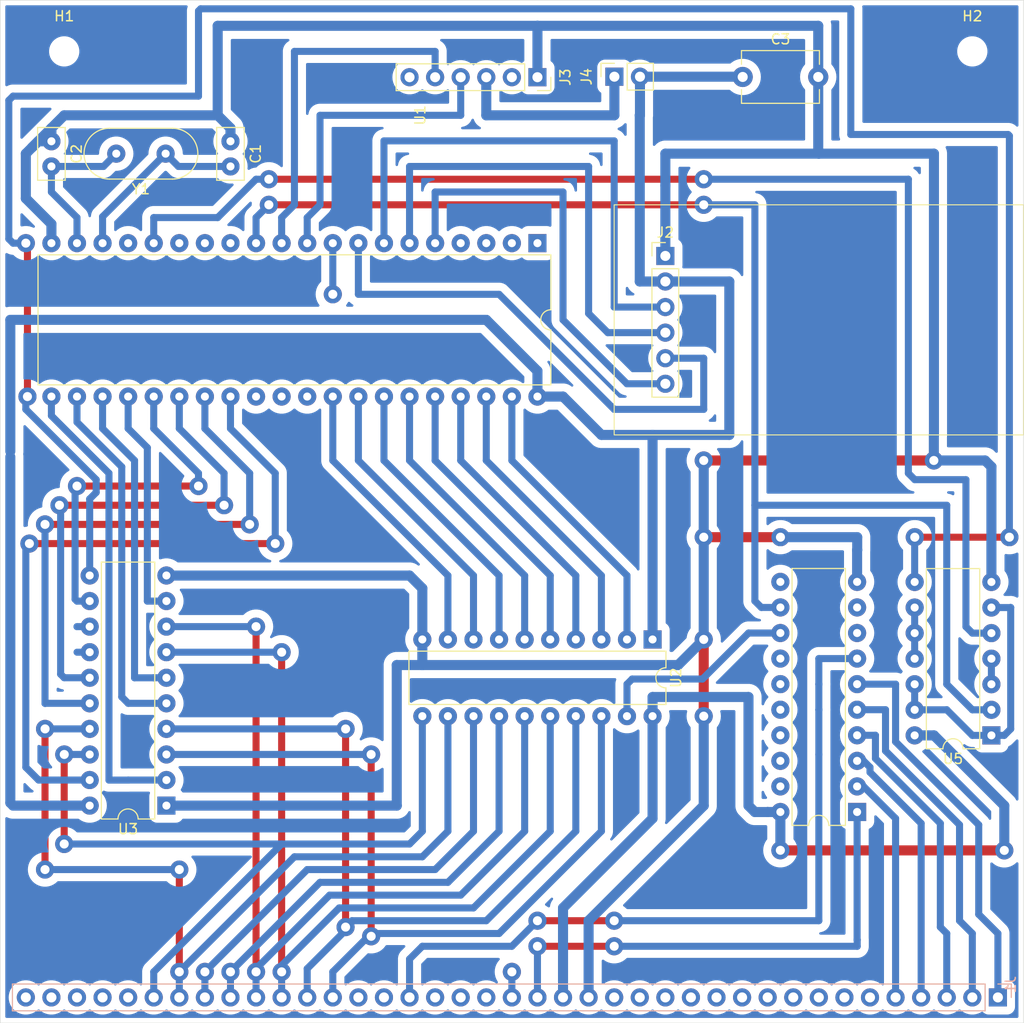
<source format=kicad_pcb>
(kicad_pcb (version 20240108) (generator "pcbnew") (generator_version "8.0")
  (layers (0 "F.Cu" signal) (31 "B.Cu" signal) (34 "B.Paste" user) (35 "F.Paste" user) (36 "B.SilkS" user "B.Silkscreen") (37 "F.SilkS" user "F.Silkscreen") (38 "B.Mask" user) (39 "F.Mask" user) (44 "Edge.Cuts" user))
  (net 0 "")
  (net 1 "Net-(U1-XTAL2)")
  (net 2 "GND")
  (net 3 "Net-(U1-XTAL1)")
  (net 4 "Net-(J1-D0)")
  (net 6 "Net-(J1-A13)")
  (net 11 "Net-(J1-PHI2)")
  (net 15 "Net-(J1-D1)")
  (net 16 "Net-(J1-D2)")
  (net 18 "RESET")
  (net 19 "Net-(J1-A14)")
  (net 20 "Net-(J1-D7)")
  (net 21 "VCC")
  (net 27 "Net-(J1-D4)")
  (net 28 "Net-(J1-A12)")
  (net 29 "Net-(J1-D6)")
  (net 31 "Net-(J1-RW)")
  (net 35 "Net-(J1-D3)")
  (net 38 "Net-(J1-D5)")
  (net 39 "Net-(J1-A15)")
  (net 41 "/MISO")
  (net 42 "/MOSI")
  (net 43 "/SS")
  (net 44 "/SCK")
  (net 46 "/RXD")
  (net 48 "/TXD")
  (net 50 "Net-(U1-PA5)")
  (net 51 "/LEWRITE-")
  (net 52 "/CLEWRITE-")
  (net 56 "Net-(U1-PC6)")
  (net 57 "Net-(U1-PA2)")
  (net 58 "Net-(U1-PA3)")
  (net 59 "Net-(U1-PA7)")
  (net 61 "Net-(U1-PA4)")
  (net 64 "Net-(U1-PC4)")
  (net 65 "Net-(U1-PC5)")
  (net 67 "Net-(U1-PC3)")
  (net 68 "Net-(U1-PA0)")
  (net 69 "Net-(U1-PC0)")
  (net 70 "Net-(U1-PC7)")
  (net 71 "Net-(U1-PA1)")
  (net 74 "Net-(U1-PC2)")
  (net 75 "Net-(U1-PA6)")
  (net 76 "Net-(U1-PC1)")
  (net 78 "/CSREAD-")
  (net 88 "Net-(J3-Pin_3)")
  (net 89 "Net-(J1-A11)")
  (net 90 "Net-(U3-LE)")
  (net 91 "Net-(U5-Pad3)")
  (net 92 "Net-(U5-Pad10)")
  (net 93 "Net-(U5-Pad1)")
  (footprint "Package_DIP:DIP-20_W7.62mm" (layer "F.Cu") (at 63.49 107.945 180)
    (property "Reference" "U3")
    (property "Value" "74AHCT373")
  )
  (footprint "Package_DIP:DIP-20_W7.62mm" (layer "F.Cu") (at 132.07 108.58 180)
    (property "Reference" "U4" (hide yes))
    (property "Value" "ATF16V8B")
  )
  (footprint "Capacitor_THT:C_Disc_D5.0mm_W2.5mm_P2.50mm" (layer "F.Cu") (at 69.85 41.95 -90)
    (property "Reference" "C1")
    (property "Value" "22")
  )
  (footprint "Capacitor_THT:C_Disc_D7.5mm_W5.0mm_P7.50mm" (layer "F.Cu") (at 120.71 35.56)
    (property "Reference" "C3")
    (property "Value" "0.1uF" (hide yes))
  )
  (footprint "Package_DIP:DIP-14_W7.62mm" (layer "F.Cu") (at 145.405 100.97 180)
    (property "Reference" "U5")
    (property "Value" "74LS00")
  )
  (footprint "Crystal:Crystal_HC18-U_Vertical" (layer "F.Cu") (at 63.41 43.18 180)
    (property "Reference" "Y1")
    (property "Value" "8MHz")
  )
  (footprint "MountingHole:MountingHole_2.5mm" (layer "F.Cu") (at 53.34 33.02)
    (property "Reference" "H1")
    (property "Value" "MountingHole")
  )
  (footprint "MountingHole:MountingHole_2.5mm" (layer "F.Cu") (at 143.51 33.02)
    (property "Reference" "H2")
    (property "Value" "MountingHole")
  )
  (footprint "Package_DIP:DIP-40_W15.24mm" (layer "F.Cu") (at 100.33 52.07 -90)
    (property "Reference" "U1")
    (property "Value" "ATmega8515L-8P")
  )
  (footprint "Capacitor_THT:C_Disc_D5.0mm_W2.5mm_P2.50mm" (layer "F.Cu") (at 52.07 41.95 -90)
    (property "Reference" "C2")
    (property "Value" "22")
  )
  (footprint "Package_DIP:DIP-20_W7.62mm" (layer "F.Cu") (at 111.76 91.44 -90)
    (property "Reference" "U2")
    (property "Value" "74LS245")
  )
  (footprint "Connector_PinSocket_2.54mm:PinSocket_1x02_P2.54mm_Vertical" (layer "F.Cu") (at 107.97 35.535 90)
    (property "Reference" "J4")
    (property "Value" "Conn_01x02_Pin" (hide yes))
  )
  (footprint "Connector_PinSocket_2.54mm:PinSocket_1x06_P2.54mm_Vertical" (layer "F.Cu") (at 100.33 35.585 -90)
    (property "Reference" "J3")
    (property "Value" "FTDI")
  )
  (footprint "Connector_PinHeader_2.54mm:PinHeader_1x06_P2.54mm_Vertical" (layer "F.Cu") (at 113.03 53.34)
    (property "Reference" "J2")
    (property "Value" "Flash")
  )
  (footprint "Connector_PinSocket_2.54mm:PinSocket_1x39_P2.54mm_Vertical" (layer "B.Cu") (at 146.05 127 90)
    (property "Reference" "J1")
    (property "Value" "RC6502_Backplane" (hide yes))
  )
  (gr_rect (start 107.95 48.26) (end 148.59 71.12) (stroke (width 0.1)) (fill none) (layer "F.SilkS"))
  (gr_line (start 148.59 27.94) (end 46.99 27.94) (stroke (width 0.05)) (layer "Edge.Cuts"))
  (gr_line (start 148.59 129.54) (end 148.59 27.94) (stroke (width 0.05)) (layer "Edge.Cuts"))
  (gr_line (start 46.99 129.54) (end 148.59 129.54) (stroke (width 0.05)) (layer "Edge.Cuts"))
  (gr_line (start 46.99 27.94) (end 46.99 129.54) (stroke (width 0.05)) (layer "Edge.Cuts"))
  (segment (start 57.15 49.44) (end 63.41 43.18) (width 0.7) (layer "B.Cu") (net 1))
  (segment (start 63.41 43.18) (end 64.68 44.45) (width 0.7) (layer "B.Cu") (net 1))
  (segment (start 64.68 44.45) (end 69.85 44.45) (width 0.7) (layer "B.Cu") (net 1))
  (segment (start 57.15 52.07) (end 57.15 49.44) (width 0.7) (layer "B.Cu") (net 1))
  (segment (start 139.69 73.66) (end 116.84 73.66) (width 1) (layer "F.Cu") (net 2))
  (segment (start 124.46 81.28) (end 116.84 81.28) (width 1) (layer "F.Cu") (net 2))
  (segment (start 116.84 99.06) (end 116.84 91.44) (width 1) (layer "F.Cu") (net 2))
  (via (at 124.46 81.28) (size 1.8) (drill 0.9) (layers "F.Cu" "B.Cu") (net 2))
  (via (at 139.69 73.66) (size 1.8) (drill 0.9) (layers "F.Cu" "B.Cu") (net 2))
  (via (at 116.84 73.66) (size 1.8) (drill 0.9) (layers "F.Cu" "B.Cu") (net 2))
  (via (at 116.84 81.28) (size 1.8) (drill 0.9) (layers "F.Cu" "B.Cu") (net 2))
  (via (at 116.84 99.06) (size 1.8) (drill 0.9) (layers "F.Cu" "B.Cu") (net 2))
  (via (at 116.84 91.44) (size 1.8) (drill 0.9) (layers "F.Cu" "B.Cu") (net 2))
  (segment (start 87.63 85.09) (end 88.9 86.36) (width 1) (layer "B.Cu") (net 2))
  (segment (start 128.21 35.56) (end 128.21 43.12) (width 1) (layer "B.Cu") (net 2))
  (segment (start 105.41 119.38) (end 116.84 107.95) (width 1) (layer "B.Cu") (net 2))
  (segment (start 68.58 30.48) (end 68.58 39.37) (width 1) (layer "B.Cu") (net 2))
  (segment (start 128.21 43.12) (end 128.27 43.18) (width 1) (layer "B.Cu") (net 2))
  (segment (start 50.165 42.545) (end 52.07 40.64) (width 1) (layer "B.Cu") (net 2))
  (segment (start 88.9 86.36) (end 88.9 91.44) (width 1) (layer "B.Cu") (net 2))
  (segment (start 114.3 93.98) (end 88.9 93.98) (width 1) (layer "B.Cu") (net 2))
  (segment (start 128.21 35.56) (end 128.21 30.48) (width 1) (layer "B.Cu") (net 2))
  (segment (start 63.495 85.09) (end 87.63 85.09) (width 1) (layer "B.Cu") (net 2))
  (segment (start 132.08 82.55) (end 132.07 82.56) (width 1) (layer "B.Cu") (net 2))
  (segment (start 139.69 71.13) (end 139.7 71.12) (width 1) (layer "B.Cu") (net 2))
  (segment (start 52.07 41.95) (end 52.07 40.64) (width 1) (layer "B.Cu") (net 2))
  (segment (start 49.53 47.625) (end 52.07 50.165) (width 1) (layer "B.Cu") (net 2))
  (segment (start 68.58 39.37) (end 69.85 40.64) (width 1) (layer "B.Cu") (net 2))
  (segment (start 124.46 81.28) (end 132.08 81.28) (width 1) (layer "B.Cu") (net 2))
  (segment (start 100.33 35.585) (end 100.33 30.48) (width 1) (layer "B.Cu") (net 2))
  (segment (start 132.08 81.28) (end 132.08 82.55) (width 1) (layer "B.Cu") (net 2))
  (segment (start 52.07 50.165) (end 52.07 52.07) (width 1) (layer "B.Cu") (net 2))
  (segment (start 113.03 45.72) (end 113.03 43.18) (width 1) (layer "B.Cu") (net 2))
  (segment (start 116.84 107.95) (end 116.84 99.06) (width 1) (layer "B.Cu") (net 2))
  (segment (start 50.76 41.95) (end 50.165 42.545) (width 1) (layer "B.Cu") (net 2))
  (segment (start 86.36 107.95) (end 86.355 107.945) (width 1) (layer "B.Cu") (net 2))
  (segment (start 132.07 82.56) (end 132.07 85.72) (width 1) (layer "B.Cu") (net 2))
  (segment (start 113.03 46.355) (end 113.03 45.72) (width 1) (layer "B.Cu") (net 2))
  (segment (start 63.49 85.085) (end 63.495 85.09) (width 1) (layer "B.Cu") (net 2))
  (segment (start 145.415 74.295) (end 145.405 74.305) (width 1) (layer "B.Cu") (net 2))
  (segment (start 116.84 91.44) (end 114.3 93.98) (width 1) (layer "B.Cu") (net 2))
  (segment (start 52.07 41.95) (end 50.76 41.95) (width 1) (layer "B.Cu") (net 2))
  (segment (start 86.355 107.945) (end 63.49 107.945) (width 1) (layer "B.Cu") (net 2))
  (segment (start 128.27 43.18) (end 113.03 43.18) (width 1) (layer "B.Cu") (net 2))
  (segment (start 88.9 93.98) (end 86.36 93.98) (width 1) (layer "B.Cu") (net 2))
  (segment (start 144.78 73.66) (end 145.415 74.295) (width 1) (layer "B.Cu") (net 2))
  (segment (start 128.21 30.48) (end 100.33 30.48) (width 1) (layer "B.Cu") (net 2))
  (segment (start 53.34 39.37) (end 68.58 39.37) (width 1) (layer "B.Cu") (net 2))
  (segment (start 139.7 71.12) (end 139.7 43.18) (width 1) (layer "B.Cu") (net 2))
  (segment (start 49.53 43.18) (end 49.53 47.625) (width 1) (layer "B.Cu") (net 2))
  (segment (start 52.07 40.64) (end 53.34 39.37) (width 1) (layer "B.Cu") (net 2))
  (segment (start 100.33 30.48) (end 68.58 30.48) (width 1) (layer "B.Cu") (net 2))
  (segment (start 113.03 46.355) (end 113.03 53.34) (width 1) (layer "B.Cu") (net 2))
  (segment (start 145.405 74.305) (end 145.405 85.73) (width 1) (layer "B.Cu") (net 2))
  (segment (start 139.7 43.18) (end 128.27 43.18) (width 1) (layer "B.Cu") (net 2))
  (segment (start 50.165 42.545) (end 49.53 43.18) (width 1) (layer "B.Cu") (net 2))
  (segment (start 86.36 93.98) (end 86.36 107.95) (width 1) (layer "B.Cu") (net 2))
  (segment (start 116.84 73.66) (end 116.84 91.44) (width 1) (layer "B.Cu") (net 2))
  (segment (start 139.69 73.66) (end 144.78 73.66) (width 1) (layer "B.Cu") (net 2))
  (segment (start 88.9 93.98) (end 88.9 91.44) (width 1) (layer "B.Cu") (net 2))
  (segment (start 105.41 127) (end 105.41 119.38) (width 1) (layer "B.Cu") (net 2))
  (segment (start 139.69 73.66) (end 139.69 71.13) (width 1) (layer "B.Cu") (net 2))
  (segment (start 69.85 40.64) (end 69.85 41.95) (width 1) (layer "B.Cu") (net 2))
  (segment (start 57.24 44.45) (end 58.51 43.18) (width 0.7) (layer "B.Cu") (net 3))
  (segment (start 54.61 49.53) (end 54.61 52.07) (width 0.7) (layer "B.Cu") (net 3))
  (segment (start 52.07 44.45) (end 57.24 44.45) (width 0.7) (layer "B.Cu") (net 3))
  (segment (start 52.07 44.45) (end 52.07 46.99) (width 0.7) (layer "B.Cu") (net 3))
  (segment (start 52.07 46.99) (end 54.61 49.53) (width 0.7) (layer "B.Cu") (net 3))
  (segment (start 83.82 102.87) (end 83.82 120.93) (width 0.7) (layer "F.Cu") (net 4))
  (segment (start 83.815 102.865) (end 83.82 102.87) (width 0.7) (layer "F.Cu") (net 4))
  (via (at 83.815 102.865) (size 1.8) (drill 0.9) (layers "F.Cu" "B.Cu") (net 4))
  (via (at 83.82 120.93) (size 1.8) (drill 0.9) (layers "F.Cu" "B.Cu") (net 4))
  (segment (start 63.49 102.865) (end 83.815 102.865) (width 0.7) (layer "B.Cu") (net 4))
  (segment (start 106.68 99.06) (end 106.68 110.49) (width 0.7) (layer "B.Cu") (net 4))
  (segment (start 83.82 120.65) (end 83.82 120.93) (width 0.7) (layer "B.Cu") (net 4))
  (segment (start 106.68 110.49) (end 96.52 120.65) (width 0.7) (layer "B.Cu") (net 4))
  (segment (start 96.52 120.65) (end 83.82 120.65) (width 0.7) (layer "B.Cu") (net 4))
  (segment (start 80.01 124.46) (end 80.01 127) (width 0.7) (layer "B.Cu") (net 4))
  (segment (start 83.82 120.65) (end 80.01 124.46) (width 0.7) (layer "B.Cu") (net 4))
  (segment (start 83.82 102.87) (end 83.815 102.865) (width 0.7) (layer "B.Cu") (net 4))
  (segment (start 140.335 109.710786) (end 140.335 120.015) (width 0.7) (layer "B.Cu") (net 6))
  (segment (start 132.07 100.96) (end 133.885 100.96) (width 0.7) (layer "B.Cu") (net 6))
  (segment (start 140.97 120.65) (end 140.97 127) (width 0.7) (layer "B.Cu") (net 6))
  (segment (start 133.885 100.96) (end 133.89 100.965) (width 0.7) (layer "B.Cu") (net 6))
  (segment (start 140.335 120.015) (end 140.97 120.65) (width 0.7) (layer "B.Cu") (net 6))
  (segment (start 133.89 100.965) (end 133.89 103.265786) (width 0.7) (layer "B.Cu") (net 6))
  (segment (start 133.89 103.265786) (end 140.335 109.710786) (width 0.7) (layer "B.Cu") (net 6))
  (segment (start 107.95 121.92) (end 100.33 121.92) (width 0.7) (layer "F.Cu") (net 11))
  (via (at 100.33 121.92) (size 1.8) (drill 0.9) (layers "F.Cu" "B.Cu") (net 11))
  (via (at 107.95 121.92) (size 1.8) (drill 0.9) (layers "F.Cu" "B.Cu") (net 11))
  (segment (start 132.07 121.275) (end 132.07 108.58) (width 0.7) (layer "B.Cu") (net 11))
  (segment (start 132.08 121.285) (end 132.07 121.275) (width 0.7) (layer "B.Cu") (net 11))
  (segment (start 100.33 127) (end 100.33 121.92) (width 0.7) (layer "B.Cu") (net 11))
  (segment (start 107.95 121.92) (end 132.08 121.92) (width 0.7) (layer "B.Cu") (net 11))
  (segment (start 132.08 121.92) (end 132.08 121.285) (width 0.7) (layer "B.Cu") (net 11))
  (segment (start 81.28 100.33) (end 81.28 120.015) (width 0.7) (layer "F.Cu") (net 15))
  (segment (start 81.2825 100.3275) (end 81.28 100.33) (width 0.7) (layer "F.Cu") (net 15))
  (via (at 81.28 120.015) (size 1.8) (drill 0.9) (layers "F.Cu" "B.Cu") (net 15))
  (via (at 81.2825 100.3275) (size 1.8) (drill 0.9) (layers "F.Cu" "B.Cu") (net 15))
  (segment (start 95.25 119.38) (end 104.14 110.49) (width 0.7) (layer "B.Cu") (net 15))
  (segment (start 81.28 120.3325) (end 77.47 124.1425) (width 0.7) (layer "B.Cu") (net 15))
  (segment (start 81.28 120.015) (end 81.28 120.3325) (width 0.7) (layer "B.Cu") (net 15))
  (segment (start 104.14 110.49) (end 104.14 99.06) (width 0.7) (layer "B.Cu") (net 15))
  (segment (start 81.28 120.015) (end 81.915 119.38) (width 0.7) (layer "B.Cu") (net 15))
  (segment (start 81.28 100.325) (end 63.49 100.325) (width 0.7) (layer "B.Cu") (net 15))
  (segment (start 81.2825 100.3275) (end 81.28 100.325) (width 0.7) (layer "B.Cu") (net 15))
  (segment (start 77.47 124.1425) (end 77.47 127) (width 0.7) (layer "B.Cu") (net 15))
  (segment (start 81.915 119.38) (end 95.25 119.38) (width 0.7) (layer "B.Cu") (net 15))
  (segment (start 74.93 92.705) (end 74.93 124.46) (width 0.7) (layer "F.Cu") (net 16))
  (via (at 74.93 124.46) (size 1.8) (drill 0.9) (layers "F.Cu" "B.Cu") (net 16))
  (via (at 74.93 92.705) (size 1.8) (drill 0.9) (layers "F.Cu" "B.Cu") (net 16))
  (segment (start 74.93 92.705) (end 63.49 92.705) (width 0.7) (layer "B.Cu") (net 16))
  (segment (start 101.6 110.49) (end 93.98 118.11) (width 0.7) (layer "B.Cu") (net 16))
  (segment (start 80.645 118.11) (end 74.93 123.825) (width 0.7) (layer "B.Cu") (net 16))
  (segment (start 74.93 92.705) (end 74.935 92.71) (width 0.7) (layer "B.Cu") (net 16))
  (segment (start 74.93 124.46) (end 74.93 127) (width 0.7) (layer "B.Cu") (net 16))
  (segment (start 93.98 118.11) (end 80.645 118.11) (width 0.7) (layer "B.Cu") (net 16))
  (segment (start 101.6 99.06) (end 101.6 110.49) (width 0.7) (layer "B.Cu") (net 16))
  (segment (start 74.93 123.825) (end 74.93 124.46) (width 0.7) (layer "B.Cu") (net 16))
  (via (at 80.01 57.15) (size 1.8) (drill 0.9) (layers "F.Cu" "B.Cu") (net 18))
  (via (at 97.79 124.46) (size 1.8) (drill 0.9) (layers "F.Cu" "B.Cu") (net 18))
  (segment (start 97.79 127) (end 97.79 124.46) (width 0.7) (layer "B.Cu") (net 18))
  (segment (start 80.01 52.07) (end 80.01 57.15) (width 0.7) (layer "B.Cu") (net 18))
  (segment (start 143.51 120.65) (end 143.51 127) (width 0.7) (layer "B.Cu") (net 19))
  (segment (start 132.07 98.42) (end 134.89 98.42) (width 0.7) (layer "B.Cu") (net 19))
  (segment (start 142.24 109.855) (end 142.24 119.38) (width 0.7) (layer "B.Cu") (net 19))
  (segment (start 134.89 102.505) (end 142.24 109.855) (width 0.7) (layer "B.Cu") (net 19))
  (segment (start 142.24 119.38) (end 143.51 120.65) (width 0.7) (layer "B.Cu") (net 19))
  (segment (start 134.89 98.42) (end 134.89 102.505) (width 0.7) (layer "B.Cu") (net 19))
  (segment (start 53.34 102.87) (end 53.34 111.76) (width 0.7) (layer "F.Cu") (net 20))
  (segment (start 53.345 102.865) (end 53.34 102.87) (width 0.7) (layer "F.Cu") (net 20))
  (via (at 53.345 102.865) (size 1.8) (drill 0.9) (layers "F.Cu" "B.Cu") (net 20))
  (via (at 53.34 111.76) (size 1.8) (drill 0.9) (layers "F.Cu" "B.Cu") (net 20))
  (segment (start 55.87 102.865) (end 53.345 102.865) (width 0.7) (layer "B.Cu") (net 20))
  (segment (start 62.23 124.46) (end 62.23 127) (width 0.7) (layer "B.Cu") (net 20))
  (segment (start 53.34 111.76) (end 74.93 111.76) (width 0.7) (layer "B.Cu") (net 20))
  (segment (start 53.34 102.87) (end 53.345 102.865) (width 0.7) (layer "B.Cu") (net 20))
  (segment (start 88.9 99.06) (end 88.9 110.49) (width 0.7) (layer "B.Cu") (net 20))
  (segment (start 88.9 110.49) (end 87.63 111.76) (width 0.7) (layer "B.Cu") (net 20))
  (segment (start 87.63 111.76) (end 74.93 111.76) (width 0.7) (layer "B.Cu") (net 20))
  (segment (start 74.93 111.76) (end 62.23 124.46) (width 0.7) (layer "B.Cu") (net 20))
  (segment (start 146.685 112.395) (end 124.46 112.395) (width 1) (layer "F.Cu") (net 21))
  (segment (start 124.46 112.395) (end 124.45 112.385) (width 1) (layer "F.Cu") (net 21))
  (via (at 146.685 112.395) (size 1.8) (drill 0.9) (layers "F.Cu" "B.Cu") (net 21))
  (via (at 124.45 112.385) (size 1.8) (drill 0.9) (layers "F.Cu" "B.Cu") (net 21))
  (segment (start 110.49 55.88) (end 119.38 55.88) (width 1) (layer "B.Cu") (net 21))
  (segment (start 111.76 91.44) (end 111.76 71.12) (width 1) (layer "B.Cu") (net 21))
  (segment (start 146.685 112.395) (end 146.685 107.95) (width 1) (layer "B.Cu") (net 21))
  (segment (start 47.99 107.67) (end 48.265 107.945) (width 1) (layer "B.Cu") (net 21))
  (segment (start 48.265 107.945) (end 55.87 107.945) (width 1) (layer "B.Cu") (net 21))
  (segment (start 102.87 118.11) (end 111.76 109.22) (width 1) (layer "B.Cu") (net 21))
  (segment (start 139.705 100.97) (end 137.785 100.97) (width 1) (layer "B.Cu") (net 21))
  (segment (start 106.68 71.12) (end 102.87 67.31) (width 1) (layer "B.Cu") (net 21))
  (segment (start 110.51 39.35) (end 110.49 39.37) (width 1) (layer "B.Cu") (net 21))
  (segment (start 146.685 107.95) (end 139.705 100.97) (width 1) (layer "B.Cu") (net 21))
  (segment (start 124.45 108.58) (end 124.45 112.385) (width 1) (layer "B.Cu") (net 21))
  (segment (start 123.195 108.58) (end 124.45 108.58) (width 1) (layer "B.Cu") (net 21))
  (segment (start 121.285 97.155) (end 121.285 107.95) (width 1) (layer "B.Cu") (net 21))
  (segment (start 123.19 108.585) (end 123.195 108.58) (width 1) (layer "B.Cu") (net 21))
  (segment (start 111.76 71.12) (end 106.68 71.12) (width 1) (layer "B.Cu") (net 21))
  (segment (start 121.285 107.95) (end 121.92 108.585) (width 1) (layer "B.Cu") (net 21))
  (segment (start 110.51 35.535) (end 110.51 39.35) (width 1) (layer "B.Cu") (net 21))
  (segment (start 102.87 127) (end 102.87 118.11) (width 1) (layer "B.Cu") (net 21))
  (segment (start 111.76 97.155) (end 121.285 97.155) (width 1) (layer "B.Cu") (net 21))
  (segment (start 110.51 35.535) (end 120.685 35.535) (width 1) (layer "B.Cu") (net 21))
  (segment (start 110.49 39.37) (end 110.49 55.88) (width 1) (layer "B.Cu") (net 21))
  (segment (start 47.99 72.755) (end 47.99 59.69) (width 1) (layer "B.Cu") (net 21))
  (segment (start 121.92 108.585) (end 123.19 108.585) (width 1) (layer "B.Cu") (net 21))
  (segment (start 119.38 55.88) (end 119.38 71.12) (width 1) (layer "B.Cu") (net 21))
  (segment (start 95.25 59.69) (end 100.33 64.77) (width 1) (layer "B.Cu") (net 21))
  (segment (start 111.76 99.06) (end 111.76 97.155) (width 1) (layer "B.Cu") (net 21))
  (segment (start 102.87 67.31) (end 100.33 67.31) (width 1) (layer "B.Cu") (net 21))
  (segment (start 124.46 112.395) (end 124.45 112.385) (width 1) (layer "B.Cu") (net 21))
  (segment (start 120.685 35.535) (end 120.71 35.56) (width 1) (layer "B.Cu") (net 21))
  (segment (start 111.76 109.22) (end 111.76 99.06) (width 1) (layer "B.Cu") (net 21))
  (segment (start 119.38 71.12) (end 111.76 71.12) (width 1) (layer "B.Cu") (net 21))
  (segment (start 47.99 59.69) (end 95.25 59.69) (width 1) (layer "B.Cu") (net 21))
  (segment (start 100.33 64.77) (end 100.33 67.31) (width 1) (layer "B.Cu") (net 21))
  (segment (start 47.99 73.295) (end 47.99 107.67) (width 1) (layer "B.Cu") (net 21))
  (via (at 69.85 124.46) (size 1.8) (drill 0.9) (layers "F.Cu" "B.Cu") (net 27))
  (segment (start 91.44 115.57) (end 78.74 115.57) (width 0.7) (layer "B.Cu") (net 27))
  (segment (start 96.52 99.06) (end 96.52 110.49) (width 0.7) (layer "B.Cu") (net 27))
  (segment (start 96.52 110.49) (end 91.44 115.57) (width 0.7) (layer "B.Cu") (net 27))
  (segment (start 54.615 90.165) (end 55.87 90.165) (width 0.7) (layer "B.Cu") (net 27))
  (segment (start 78.74 115.57) (end 69.85 124.46) (width 0.7) (layer "B.Cu") (net 27))
  (segment (start 69.85 124.46) (end 69.85 127) (width 0.7) (layer "B.Cu") (net 27))
  (segment (start 54.615 90.165) (end 54.61 90.17) (width 0.7) (layer "B.Cu") (net 27))
  (segment (start 132.07 103.5) (end 132.71 103.5) (width 0.7) (layer "B.Cu") (net 28))
  (segment (start 133.35 104.630786) (end 138.43 109.710786) (width 0.7) (layer "B.Cu") (net 28))
  (segment (start 132.71 103.5) (end 133.35 104.14) (width 0.7) (layer "B.Cu") (net 28))
  (segment (start 138.43 109.710786) (end 138.43 127) (width 0.7) (layer "B.Cu") (net 28))
  (segment (start 133.35 104.14) (end 133.35 104.630786) (width 0.7) (layer "B.Cu") (net 28))
  (segment (start 64.77 114.3) (end 64.77 124.46) (width 0.7) (layer "F.Cu") (net 29))
  (segment (start 51.44 100.325) (end 51.435 100.33) (width 0.7) (layer "F.Cu") (net 29))
  (segment (start 51.435 100.33) (end 51.435 114.3) (width 0.7) (layer "F.Cu") (net 29))
  (via (at 51.435 114.3) (size 1.8) (drill 0.9) (layers "F.Cu" "B.Cu") (net 29))
  (via (at 64.77 124.46) (size 1.8) (drill 0.9) (layers "F.Cu" "B.Cu") (net 29))
  (via (at 64.77 114.3) (size 1.8) (drill 0.9) (layers "F.Cu" "B.Cu") (net 29))
  (via (at 51.44 100.325) (size 1.8) (drill 0.9) (layers "F.Cu" "B.Cu") (net 29))
  (segment (start 88.9 113.03) (end 91.44 110.49) (width 0.7) (layer "B.Cu") (net 29))
  (segment (start 51.435 114.3) (end 64.77 114.3) (width 0.7) (layer "B.Cu") (net 29))
  (segment (start 64.77 124.46) (end 64.77 127) (width 0.7) (layer "B.Cu") (net 29))
  (segment (start 51.435 100.33) (end 51.44 100.325) (width 0.7) (layer "B.Cu") (net 29))
  (segment (start 76.2 113.03) (end 88.9 113.03) (width 0.7) (layer "B.Cu") (net 29))
  (segment (start 64.77 124.46) (end 76.2 113.03) (width 0.7) (layer "B.Cu") (net 29))
  (segment (start 91.44 110.49) (end 91.44 99.06) (width 0.7) (layer "B.Cu") (net 29))
  (segment (start 55.87 100.325) (end 51.44 100.325) (width 0.7) (layer "B.Cu") (net 29))
  (segment (start 100.33 119.38) (end 107.95 119.38) (width 0.7) (layer "F.Cu") (net 31))
  (via (at 107.95 119.38) (size 1.8) (drill 0.9) (layers "F.Cu" "B.Cu") (net 31))
  (via (at 100.33 119.38) (size 1.8) (drill 0.9) (layers "F.Cu" "B.Cu") (net 31))
  (segment (start 128.275 93.34) (end 128.27 93.345) (width 0.7) (layer "B.Cu") (net 31))
  (segment (start 97.79 121.92) (end 100.33 119.38) (width 0.7) (layer "B.Cu") (net 31))
  (segment (start 132.07 93.34) (end 128.275 93.34) (width 0.7) (layer "B.Cu") (net 31))
  (segment (start 128.27 95.885) (end 128.27 98.425) (width 0.7) (layer "B.Cu") (net 31))
  (segment (start 88.9 121.92) (end 97.79 121.92) (width 0.7) (layer "B.Cu") (net 31))
  (segment (start 128.27 102.87) (end 128.27 98.425) (width 0.7) (layer "B.Cu") (net 31))
  (segment (start 87.63 127) (end 87.63 123.19) (width 0.7) (layer "B.Cu") (net 31))
  (segment (start 128.275 95.88) (end 128.27 95.885) (width 0.7) (layer "B.Cu") (net 31))
  (segment (start 128.27 98.425) (end 128.275 98.42) (width 0.7) (layer "B.Cu") (net 31))
  (segment (start 128.27 119.38) (end 128.27 102.87) (width 0.7) (layer "B.Cu") (net 31))
  (segment (start 107.95 119.38) (end 128.27 119.38) (width 0.7) (layer "B.Cu") (net 31))
  (segment (start 87.63 123.19) (end 88.9 121.92) (width 0.7) (layer "B.Cu") (net 31))
  (segment (start 128.27 93.345) (end 128.27 95.885) (width 0.7) (layer "B.Cu") (net 31))
  (segment (start 72.39 90.165) (end 72.39 124.46) (width 0.7) (layer "F.Cu") (net 35))
  (via (at 72.39 124.46) (size 1.8) (drill 0.9) (layers "F.Cu" "B.Cu") (net 35))
  (via (at 72.39 90.165) (size 1.8) (drill 0.9) (layers "F.Cu" "B.Cu") (net 35))
  (segment (start 99.06 110.49) (end 92.71 116.84) (width 0.7) (layer "B.Cu") (net 35))
  (segment (start 72.39 90.165) (end 63.49 90.165) (width 0.7) (layer "B.Cu") (net 35))
  (segment (start 72.39 124.1425) (end 72.39 127) (width 0.7) (layer "B.Cu") (net 35))
  (segment (start 92.71 116.84) (end 79.6925 116.84) (width 0.7) (layer "B.Cu") (net 35))
  (segment (start 99.06 99.06) (end 99.06 110.49) (width 0.7) (layer "B.Cu") (net 35))
  (segment (start 79.6925 116.84) (end 72.39 124.1425) (width 0.7) (layer "B.Cu") (net 35))
  (via (at 67.31 124.46) (size 1.8) (drill 0.9) (layers "F.Cu" "B.Cu") (net 38))
  (segment (start 90.17 114.3) (end 77.47 114.3) (width 0.7) (layer "B.Cu") (net 38))
  (segment (start 67.31 124.46) (end 67.31 127) (width 0.7) (layer "B.Cu") (net 38))
  (segment (start 55.87 92.705) (end 54.615 92.705) (width 0.7) (layer "B.Cu") (net 38))
  (segment (start 77.47 114.3) (end 67.31 124.46) (width 0.7) (layer "B.Cu") (net 38))
  (segment (start 93.98 110.49) (end 90.17 114.3) (width 0.7) (layer "B.Cu") (net 38))
  (segment (start 93.98 99.06) (end 93.98 110.49) (width 0.7) (layer "B.Cu") (net 38))
  (segment (start 146.05 127) (end 146.05 120.65) (width 0.7) (layer "B.Cu") (net 39))
  (segment (start 146.05 120.65) (end 144.145 118.745) (width 0.7) (layer "B.Cu") (net 39))
  (segment (start 144.145 118.745) (end 144.145 109.855) (width 0.7) (layer "B.Cu") (net 39))
  (segment (start 135.885 95.88) (end 132.07 95.88) (width 0.7) (layer "B.Cu") (net 39))
  (segment (start 135.89 101.6) (end 135.89 95.885) (width 0.7) (layer "B.Cu") (net 39))
  (segment (start 144.145 109.855) (end 135.89 101.6) (width 0.7) (layer "B.Cu") (net 39))
  (segment (start 135.89 95.885) (end 135.885 95.88) (width 0.7) (layer "B.Cu") (net 39))
  (segment (start 85.09 41.91) (end 107.95 41.91) (width 0.7) (layer "B.Cu") (net 41))
  (segment (start 107.95 58.42) (end 113.03 58.42) (width 0.7) (layer "B.Cu") (net 41))
  (segment (start 107.95 41.91) (end 107.95 58.42) (width 0.7) (layer "B.Cu") (net 41))
  (segment (start 85.09 52.07) (end 85.09 41.91) (width 0.7) (layer "B.Cu") (net 41))
  (segment (start 105.41 44.45) (end 87.63 44.45) (width 0.7) (layer "B.Cu") (net 42))
  (segment (start 113.03 60.96) (end 107.315 60.96) (width 0.7) (layer "B.Cu") (net 42))
  (segment (start 105.41 59.055) (end 105.41 44.45) (width 0.7) (layer "B.Cu") (net 42))
  (segment (start 107.315 60.96) (end 105.41 59.055) (width 0.7) (layer "B.Cu") (net 42))
  (segment (start 87.63 44.45) (end 87.63 52.07) (width 0.7) (layer "B.Cu") (net 42))
  (segment (start 102.87 46.99) (end 102.87 59.69) (width 0.7) (layer "B.Cu") (net 43))
  (segment (start 109.22 66.04) (end 113.03 66.04) (width 0.7) (layer "B.Cu") (net 43))
  (segment (start 90.17 52.07) (end 90.17 46.99) (width 0.7) (layer "B.Cu") (net 43))
  (segment (start 90.17 46.99) (end 102.87 46.99) (width 0.7) (layer "B.Cu") (net 43))
  (segment (start 102.87 59.69) (end 109.22 66.04) (width 0.7) (layer "B.Cu") (net 43))
  (segment (start 82.55 57.15) (end 82.55 52.07) (width 0.7) (layer "B.Cu") (net 44))
  (segment (start 116.84 63.5) (end 116.84 68.58) (width 0.7) (layer "B.Cu") (net 44))
  (segment (start 116.84 68.58) (end 107.95 68.58) (width 0.7) (layer "B.Cu") (net 44))
  (segment (start 113.03 63.5) (end 116.84 63.5) (width 0.7) (layer "B.Cu") (net 44))
  (segment (start 107.95 68.58) (end 96.52 57.15) (width 0.7) (layer "B.Cu") (net 44))
  (segment (start 96.52 57.15) (end 82.55 57.15) (width 0.7) (layer "B.Cu") (net 44))
  (segment (start 77.47 49.53) (end 77.47 52.07) (width 0.7) (layer "B.Cu") (net 46))
  (segment (start 78.74 39.37) (end 78.74 48.26) (width 0.7) (layer "B.Cu") (net 46))
  (segment (start 92.71 39.37) (end 78.74 39.37) (width 0.7) (layer "B.Cu") (net 46))
  (segment (start 92.71 35.585) (end 92.71 39.37) (width 0.7) (layer "B.Cu") (net 46))
  (segment (start 78.74 48.26) (end 77.47 49.53) (width 0.7) (layer "B.Cu") (net 46))
  (segment (start 76.2 48.26) (end 74.93 49.53) (width 0.7) (layer "B.Cu") (net 48))
  (segment (start 74.93 49.53) (end 74.93 52.07) (width 0.7) (layer "B.Cu") (net 48))
  (segment (start 90.17 35.585) (end 90.17 33.02) (width 0.7) (layer "B.Cu") (net 48))
  (segment (start 76.2 33.02) (end 76.2 48.26) (width 0.7) (layer "B.Cu") (net 48))
  (segment (start 90.17 33.02) (end 76.2 33.02) (width 0.7) (layer "B.Cu") (net 48))
  (segment (start 96.52 85.09) (end 96.52 91.44) (width 0.7) (layer "B.Cu") (net 50))
  (segment (start 85.09 73.66) (end 96.52 85.09) (width 0.7) (layer "B.Cu") (net 50))
  (segment (start 85.09 67.31) (end 85.09 73.66) (width 0.7) (layer "B.Cu") (net 50))
  (segment (start 73.66 48.26) (end 116.84 48.26) (width 0.7) (layer "F.Cu") (net 51))
  (via (at 116.84 48.26) (size 1.8) (drill 0.9) (layers "F.Cu" "B.Cu") (net 51))
  (via (at 73.66 48.26) (size 1.8) (drill 0.9) (layers "F.Cu" "B.Cu") (net 51))
  (segment (start 72.39 49.53) (end 73.66 48.26) (width 0.7) (layer "B.Cu") (net 51))
  (segment (start 72.39 52.07) (end 72.39 49.53) (width 0.7) (layer "B.Cu") (net 51))
  (segment (start 122.56 88.26) (end 121.92 87.62) (width 0.7) (layer "B.Cu") (net 51))
  (segment (start 145.405 98.43) (end 143.515 98.43) (width 0.7) (layer "B.Cu") (net 51))
  (segment (start 121.92 87.62) (end 121.92 78.105) (width 0.7) (layer "B.Cu") (net 51))
  (segment (start 143.515 98.43) (end 140.97 95.885) (width 0.7) (layer "B.Cu") (net 51))
  (segment (start 121.92 48.26) (end 116.84 48.26) (width 0.7) (layer "B.Cu") (net 51))
  (segment (start 140.97 95.885) (end 140.97 78.105) (width 0.7) (layer "B.Cu") (net 51))
  (segment (start 124.45 88.26) (end 122.56 88.26) (width 0.7) (layer "B.Cu") (net 51))
  (segment (start 140.97 78.105) (end 121.92 78.105) (width 0.7) (layer "B.Cu") (net 51))
  (segment (start 121.92 78.105) (end 121.92 48.26) (width 0.7) (layer "B.Cu") (net 51))
  (segment (start 73.66 45.72) (end 116.84 45.72) (width 0.7) (layer "F.Cu") (net 52))
  (via (at 73.66 45.72) (size 1.8) (drill 0.9) (layers "F.Cu" "B.Cu") (net 52))
  (via (at 116.84 45.72) (size 1.8) (drill 0.9) (layers "F.Cu" "B.Cu") (net 52))
  (segment (start 68.58 49.53) (end 62.23 49.53) (width 0.7) (layer "B.Cu") (net 52))
  (segment (start 142.875 90.17) (end 143.515 90.81) (width 0.7) (layer "B.Cu") (net 52))
  (segment (start 137.16 45.72) (end 137.16 74.93) (width 0.7) (layer "B.Cu") (net 52))
  (segment (start 142.875 75.565) (end 142.875 90.17) (width 0.7) (layer "B.Cu") (net 52))
  (segment (start 137.16 74.93) (end 137.795 75.565) (width 0.7) (layer "B.Cu") (net 52))
  (segment (start 137.795 75.565) (end 142.875 75.565) (width 0.7) (layer "B.Cu") (net 52))
  (segment (start 72.39 45.72) (end 68.58 49.53) (width 0.7) (layer "B.Cu") (net 52))
  (segment (start 143.515 90.81) (end 145.405 90.81) (width 0.7) (layer "B.Cu") (net 52))
  (segment (start 62.23 49.53) (end 62.23 52.07) (width 0.7) (layer "B.Cu") (net 52))
  (segment (start 73.66 45.72) (end 72.39 45.72) (width 0.7) (layer "B.Cu") (net 52))
  (segment (start 116.84 45.72) (end 137.16 45.72) (width 0.7) (layer "B.Cu") (net 52))
  (segment (start 71.755 80.01) (end 51.435 80.01) (width 0.7) (layer "F.Cu") (net 56))
  (via (at 51.435 80.01) (size 1.8) (drill 0.9) (layers "F.Cu" "B.Cu") (net 56))
  (via (at 71.755 80.01) (size 1.8) (drill 0.9) (layers "F.Cu" "B.Cu") (net 56))
  (segment (start 51.435 80.01) (end 51.435 97.79) (width 0.7) (layer "B.Cu") (net 56))
  (segment (start 67.31 67.31) (end 67.31 70.485) (width 0.7) (layer "B.Cu") (net 56))
  (segment (start 51.44 97.785) (end 55.87 97.785) (width 0.7) (layer "B.Cu") (net 56))
  (segment (start 67.31 70.485) (end 71.755 74.93) (width 0.7) (layer "B.Cu") (net 56))
  (segment (start 51.435 97.79) (end 51.44 97.785) (width 0.7) (layer "B.Cu") (net 56))
  (segment (start 71.755 74.93) (end 71.755 80.01) (width 0.7) (layer "B.Cu") (net 56))
  (segment (start 92.71 67.31) (end 92.71 73.66) (width 0.7) (layer "B.Cu") (net 57))
  (segment (start 104.14 85.09) (end 104.14 91.44) (width 0.7) (layer "B.Cu") (net 57))
  (segment (start 92.71 73.66) (end 104.14 85.09) (width 0.7) (layer "B.Cu") (net 57))
  (segment (start 90.17 73.66) (end 101.6 85.09) (width 0.7) (layer "B.Cu") (net 58))
  (segment (start 101.6 85.09) (end 101.6 91.44) (width 0.7) (layer "B.Cu") (net 58))
  (segment (start 90.17 67.31) (end 90.17 73.66) (width 0.7) (layer "B.Cu") (net 58))
  (segment (start 91.44 85.09) (end 91.44 91.44) (width 0.7) (layer "B.Cu") (net 59))
  (segment (start 80.01 73.66) (end 91.44 85.09) (width 0.7) (layer "B.Cu") (net 59))
  (segment (start 80.01 67.31) (end 80.01 73.66) (width 0.7) (layer "B.Cu") (net 59))
  (segment (start 87.63 67.31) (end 87.63 73.66) (width 0.7) (layer "B.Cu") (net 61))
  (segment (start 87.63 73.66) (end 99.06 85.09) (width 0.7) (layer "B.Cu") (net 61))
  (segment (start 99.06 85.09) (end 99.06 91.44) (width 0.7) (layer "B.Cu") (net 61))
  (segment (start 54.61 76.2) (end 66.675 76.2) (width 0.7) (layer "F.Cu") (net 64))
  (via (at 66.675 76.2) (size 1.8) (drill 0.9) (layers "F.Cu" "B.Cu") (net 64))
  (via (at 54.61 76.2) (size 1.8) (drill 0.9) (layers "F.Cu" "B.Cu") (net 64))
  (segment (start 54.6075 87.63) (end 55.865 87.63) (width 0.7) (layer "B.Cu") (net 64))
  (segment (start 66.675 74.93) (end 62.23 70.485) (width 0.7) (layer "B.Cu") (net 64))
  (segment (start 54.42 87.4425) (end 54.6075 87.63) (width 0.7) (layer "B.Cu") (net 64))
  (segment (start 66.675 76.2) (end 66.675 74.93) (width 0.7) (layer "B.Cu") (net 64))
  (segment (start 54.61 76.2) (end 54.42 76.39) (width 0.7) (layer "B.Cu") (net 64))
  (segment (start 62.23 70.485) (end 62.23 67.31) (width 0.7) (layer "B.Cu") (net 64))
  (segment (start 54.42 76.39) (end 54.42 87.4425) (width 0.7) (layer "B.Cu") (net 64))
  (segment (start 55.865 87.63) (end 55.87 87.625) (width 0.7) (layer "B.Cu") (net 64))
  (segment (start 52.87 78.105) (end 69.215 78.105) (width 0.7) (layer "F.Cu") (net 65))
  (via (at 52.87 78.105) (size 1.8) (drill 0.9) (layers "F.Cu" "B.Cu") (net 65))
  (via (at 69.215 78.105) (size 1.8) (drill 0.9) (layers "F.Cu" "B.Cu") (net 65))
  (segment (start 69.215 74.93) (end 64.77 70.485) (width 0.7) (layer "B.Cu") (net 65))
  (segment (start 53.34 95.245) (end 55.87 95.245) (width 0.7) (layer "B.Cu") (net 65))
  (segment (start 52.985 78.22) (end 52.985 94.89) (width 0.7) (layer "B.Cu") (net 65))
  (segment (start 69.215 78.105) (end 69.215 74.93) (width 0.7) (layer "B.Cu") (net 65))
  (segment (start 52.87 78.105) (end 52.985 78.22) (width 0.7) (layer "B.Cu") (net 65))
  (segment (start 52.985 94.89) (end 53.34 95.245) (width 0.7) (layer "B.Cu") (net 65))
  (segment (start 64.77 70.485) (end 64.77 67.31) (width 0.7) (layer "B.Cu") (net 65))
  (segment (start 59.69 70.485) (end 61.595 72.39) (width 0.7) (layer "B.Cu") (net 67))
  (segment (start 61.595 87.63) (end 63.485 87.63) (width 0.7) (layer "B.Cu") (net 67))
  (segment (start 61.595 72.39) (end 61.595 87.63) (width 0.7) (layer "B.Cu") (net 67))
  (segment (start 63.485 87.63) (end 63.49 87.625) (width 0.7) (layer "B.Cu") (net 67))
  (segment (start 59.69 67.31) (end 59.69 70.485) (width 0.7) (layer "B.Cu") (net 67))
  (segment (start 109.22 85.09) (end 109.22 91.44) (width 0.7) (layer "B.Cu") (net 68))
  (segment (start 97.79 67.31) (end 97.79 73.66) (width 0.7) (layer "B.Cu") (net 68))
  (segment (start 97.79 73.66) (end 109.22 85.09) (width 0.7) (layer "B.Cu") (net 68))
  (segment (start 52.07 69.215) (end 57.785 74.93) (width 0.7) (layer "B.Cu") (net 69))
  (segment (start 59.69 105.41) (end 59.695 105.405) (width 0.7) (layer "B.Cu") (net 69))
  (segment (start 59.695 105.405) (end 63.49 105.405) (width 0.7) (layer "B.Cu") (net 69))
  (segment (start 57.785 105.41) (end 59.69 105.41) (width 0.7) (layer "B.Cu") (net 69))
  (segment (start 57.785 74.93) (end 57.785 105.41) (width 0.7) (layer "B.Cu") (net 69))
  (segment (start 52.07 67.31) (end 52.07 69.215) (width 0.7) (layer "B.Cu") (net 69))
  (segment (start 74.295 81.915) (end 49.885 81.915) (width 0.7) (layer "F.Cu") (net 70))
  (via (at 74.295 81.915) (size 1.8) (drill 0.9) (layers "F.Cu" "B.Cu") (net 70))
  (via (at 49.885 81.915) (size 1.8) (drill 0.9) (layers "F.Cu" "B.Cu") (net 70))
  (segment (start 50.795 105.405) (end 55.87 105.405) (width 0.7) (layer "B.Cu") (net 70))
  (segment (start 49.885 81.915) (end 49.53 82.27) (width 0.7) (layer "B.Cu") (net 70))
  (segment (start 49.53 82.27) (end 49.53 104.14) (width 0.7) (layer "B.Cu") (net 70))
  (segment (start 69.85 67.31) (end 69.85 70.485) (width 0.7) (layer "B.Cu") (net 70))
  (segment (start 49.53 104.14) (end 50.795 105.405) (width 0.7) (layer "B.Cu") (net 70))
  (segment (start 74.295 74.93) (end 74.295 81.915) (width 0.7) (layer "B.Cu") (net 70))
  (segment (start 69.85 70.485) (end 74.295 74.93) (width 0.7) (layer "B.Cu") (net 70))
  (segment (start 95.25 67.31) (end 95.25 73.66) (width 0.7) (layer "B.Cu") (net 71))
  (segment (start 106.68 85.09) (end 106.68 91.44) (width 0.7) (layer "B.Cu") (net 71))
  (segment (start 95.25 73.66) (end 106.68 85.09) (width 0.7) (layer "B.Cu") (net 71))
  (segment (start 57.15 70.485) (end 60.325 73.66) (width 0.7) (layer "B.Cu") (net 74))
  (segment (start 62.235 95.245) (end 63.49 95.245) (width 0.7) (layer "B.Cu") (net 74))
  (segment (start 62.23 95.25) (end 62.235 95.245) (width 0.7) (layer "B.Cu") (net 74))
  (segment (start 60.325 73.66) (end 60.325 95.25) (width 0.7) (layer "B.Cu") (net 74))
  (segment (start 57.15 67.31) (end 57.15 70.485) (width 0.7) (layer "B.Cu") (net 74))
  (segment (start 60.325 95.25) (end 62.23 95.25) (width 0.7) (layer "B.Cu") (net 74))
  (segment (start 93.98 85.09) (end 93.98 91.44) (width 0.7) (layer "B.Cu") (net 75))
  (segment (start 82.55 73.66) (end 93.98 85.09) (width 0.7) (layer "B.Cu") (net 75))
  (segment (start 82.55 67.31) (end 82.55 73.66) (width 0.7) (layer "B.Cu") (net 75))
  (segment (start 54.61 69.85) (end 59.055 74.295) (width 0.7) (layer "B.Cu") (net 76))
  (segment (start 59.695 97.785) (end 63.49 97.785) (width 0.7) (layer "B.Cu") (net 76))
  (segment (start 54.61 67.31) (end 54.61 69.85) (width 0.7) (layer "B.Cu") (net 76))
  (segment (start 59.055 74.295) (end 59.055 97.145) (width 0.7) (layer "B.Cu") (net 76))
  (segment (start 59.055 97.145) (end 59.695 97.785) (width 0.7) (layer "B.Cu") (net 76))
  (segment (start 116.72 95.37) (end 121.29 90.8) (width 0.7) (layer "B.Cu") (net 78))
  (segment (start 121.29 90.8) (end 124.45 90.8) (width 0.7) (layer "B.Cu") (net 78))
  (segment (start 109.735 95.37) (end 116.72 95.37) (width 0.7) (layer "B.Cu") (net 78))
  (segment (start 109.22 99.06) (end 109.22 95.885) (width 0.7) (layer "B.Cu") (net 78))
  (segment (start 109.22 95.885) (end 109.735 95.37) (width 0.7) (layer "B.Cu") (net 78))
  (segment (start 95.25 35.585) (end 95.25 39.37) (width 1) (layer "B.Cu") (net 88))
  (segment (start 95.25 39.37) (end 107.95 39.37) (width 1) (layer "B.Cu") (net 88))
  (segment (start 107.95 39.37) (end 107.97 39.35) (width 1) (layer "B.Cu") (net 88))
  (segment (start 107.97 39.35) (end 107.97 35.535) (width 1) (layer "B.Cu") (net 88))
  (segment (start 135.89 127) (end 135.89 109.22) (width 0.7) (layer "B.Cu") (net 89))
  (segment (start 135.89 109.22) (end 132.71 106.04) (width 0.7) (layer "B.Cu") (net 89))
  (segment (start 132.71 106.04) (end 132.07 106.04) (width 0.7) (layer "B.Cu") (net 89))
  (segment (start 137.795 81.28) (end 147.19 81.28) (width 0.7) (layer "F.Cu") (net 90))
  (segment (start 49.69 67.31) (end 49.69 52.23) (width 0.7) (layer "F.Cu") (net 90))
  (segment (start 49.69 52.23) (end 49.53 52.07) (width 0.7) (layer "F.Cu") (net 90))
  (via (at 49.53 52.07) (size 1.8) (drill 0.9) (layers "F.Cu" "B.Cu") (net 90))
  (via (at 49.69 67.31) (size 1.8) (drill 0.9) (layers "F.Cu" "B.Cu") (net 90))
  (via (at 147.19 81.28) (size 1.8) (drill 0.9) (layers "F.Cu" "B.Cu") (net 90))
  (via (at 137.795 81.28) (size 1.8) (drill 0.9) (layers "F.Cu" "B.Cu") (net 90))
  (segment (start 55.87 77.48) (end 56.515 76.835) (width 0.7) (layer "B.Cu") (net 90))
  (segment (start 49.53 52.07) (end 48.26 52.07) (width 0.7) (layer "B.Cu") (net 90))
  (segment (start 131.445 41.275) (end 147.06 41.275) (width 0.7) (layer "B.Cu") (net 90))
  (segment (start 56.515 75.565) (end 49.53 68.58) (width 0.7) (layer "B.Cu") (net 90))
  (segment (start 49.53 68.58) (end 49.53 67.31) (width 0.7) (layer "B.Cu") (net 90))
  (segment (start 131.445 28.79) (end 131.445 41.275) (width 0.7) (layer "B.Cu") (net 90))
  (segment (start 147.19 81.28) (end 147.19 41.405) (width 0.7) (layer "B.Cu") (net 90))
  (segment (start 66.675 37.465) (end 66.675 29.005) (width 0.7) (layer "B.Cu") (net 90))
  (segment (start 48.26 37.465) (end 66.675 37.465) (width 0.7) (layer "B.Cu") (net 90))
  (segment (start 47.84 51.65) (end 47.84 37.885) (width 0.7) (layer "B.Cu") (net 90))
  (segment (start 49.53 67.31) (end 49.69 67.31) (width 0.7) (layer "B.Cu") (net 90))
  (segment (start 66.89 28.79) (end 131.445 28.79) (width 0.7) (layer "B.Cu") (net 90))
  (segment (start 55.87 85.085) (end 55.87 77.48) (width 0.7) (layer "B.Cu") (net 90))
  (segment (start 48.26 52.07) (end 47.84 51.65) (width 0.7) (layer "B.Cu") (net 90))
  (segment (start 137.785 81.29) (end 137.795 81.28) (width 0.7) (layer "B.Cu") (net 90))
  (segment (start 47.84 37.885) (end 48.26 37.465) (width 0.7) (layer "B.Cu") (net 90))
  (segment (start 137.785 85.73) (end 137.785 81.29) (width 0.7) (layer "B.Cu") (net 90))
  (segment (start 66.675 29.005) (end 66.89 28.79) (width 0.7) (layer "B.Cu") (net 90))
  (segment (start 147.06 41.275) (end 147.19 41.405) (width 0.7) (layer "B.Cu") (net 90))
  (segment (start 56.515 76.835) (end 56.515 75.565) (width 0.7) (layer "B.Cu") (net 90))
  (segment (start 145.405 93.35) (end 145.405 95.89) (width 0.7) (layer "B.Cu") (net 91))
  (segment (start 137.785 90.81) (end 137.785 93.35) (width 0.7) (layer "B.Cu") (net 92))
  (segment (start 137.785 88.27) (end 137.785 90.81) (width 0.7) (layer "B.Cu") (net 92))
  (segment (start 147.315 88.27) (end 145.405 88.27) (width 0.7) (layer "B.Cu") (net 93))
  (segment (start 140.965 98.43) (end 140.97 98.425) (width 0.7) (layer "B.Cu") (net 93))
  (segment (start 137.785 95.89) (end 137.785 98.43) (width 0.7) (layer "B.Cu") (net 93))
  (segment (start 140.97 98.425) (end 143.515 100.97) (width 0.7) (layer "B.Cu") (net 93))
  (segment (start 147.32 88.265) (end 147.315 88.27) (width 0.7) (layer "B.Cu") (net 93))
  (segment (start 147.32 100.33) (end 147.32 88.265) (width 0.7) (layer "B.Cu") (net 93))
  (segment (start 137.785 98.43) (end 140.965 98.43) (width 0.7) (layer "B.Cu") (net 93))
  (segment (start 145.405 100.97) (end 146.68 100.97) (width 0.7) (layer "B.Cu") (net 93))
  (segment (start 143.515 100.97) (end 144.405 100.97) (width 0.7) (layer "B.Cu") (net 93))
  (segment (start 146.68 100.97) (end 147.32 100.33) (width 0.7) (layer "B.Cu") (net 93))
  (zone (net 0) (net_name "") (layer "B.Cu") (connect_pads (clearance 0.8)) (min_thickness 0.25) (fill yes (thermal_gap 0.5) (thermal_bridge_width 0.5) (island_removal_mode 1) (island_area_min 10))
    (polygon (pts (xy 46.99 27.94) (xy 148.59 27.94) (xy 148.59 129.54) (xy 46.99 129.54)))
  )
)
</source>
